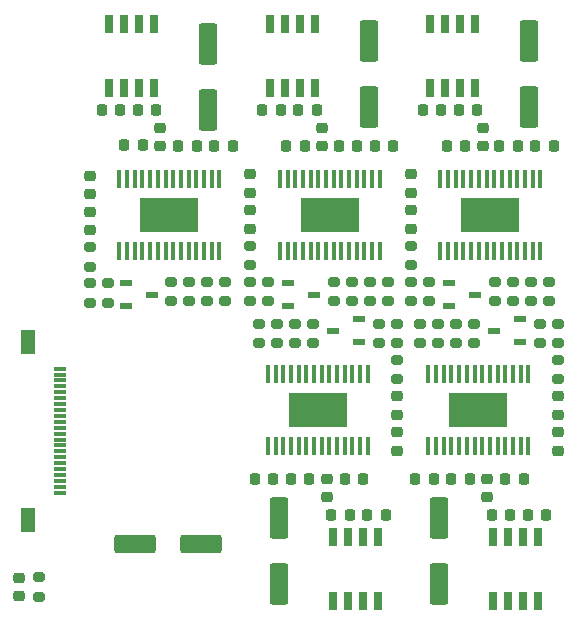
<source format=gbr>
%TF.GenerationSoftware,KiCad,Pcbnew,7.0.11*%
%TF.CreationDate,2025-11-07T14:33:39+09:00*%
%TF.ProjectId,motorDrive,6d6f746f-7244-4726-9976-652e6b696361,rev?*%
%TF.SameCoordinates,Original*%
%TF.FileFunction,Paste,Top*%
%TF.FilePolarity,Positive*%
%FSLAX46Y46*%
G04 Gerber Fmt 4.6, Leading zero omitted, Abs format (unit mm)*
G04 Created by KiCad (PCBNEW 7.0.11) date 2025-11-07 14:33:39*
%MOMM*%
%LPD*%
G01*
G04 APERTURE LIST*
G04 Aperture macros list*
%AMRoundRect*
0 Rectangle with rounded corners*
0 $1 Rounding radius*
0 $2 $3 $4 $5 $6 $7 $8 $9 X,Y pos of 4 corners*
0 Add a 4 corners polygon primitive as box body*
4,1,4,$2,$3,$4,$5,$6,$7,$8,$9,$2,$3,0*
0 Add four circle primitives for the rounded corners*
1,1,$1+$1,$2,$3*
1,1,$1+$1,$4,$5*
1,1,$1+$1,$6,$7*
1,1,$1+$1,$8,$9*
0 Add four rect primitives between the rounded corners*
20,1,$1+$1,$2,$3,$4,$5,0*
20,1,$1+$1,$4,$5,$6,$7,0*
20,1,$1+$1,$6,$7,$8,$9,0*
20,1,$1+$1,$8,$9,$2,$3,0*%
G04 Aperture macros list end*
%ADD10RoundRect,0.225000X0.225000X0.250000X-0.225000X0.250000X-0.225000X-0.250000X0.225000X-0.250000X0*%
%ADD11R,0.650000X1.525000*%
%ADD12RoundRect,0.225000X-0.225000X-0.250000X0.225000X-0.250000X0.225000X0.250000X-0.225000X0.250000X0*%
%ADD13R,1.050000X0.600000*%
%ADD14RoundRect,0.200000X0.275000X-0.200000X0.275000X0.200000X-0.275000X0.200000X-0.275000X-0.200000X0*%
%ADD15RoundRect,0.200000X-0.275000X0.200000X-0.275000X-0.200000X0.275000X-0.200000X0.275000X0.200000X0*%
%ADD16RoundRect,0.218750X0.256250X-0.218750X0.256250X0.218750X-0.256250X0.218750X-0.256250X-0.218750X0*%
%ADD17RoundRect,0.250000X0.550000X-1.500000X0.550000X1.500000X-0.550000X1.500000X-0.550000X-1.500000X0*%
%ADD18RoundRect,0.225000X0.250000X-0.225000X0.250000X0.225000X-0.250000X0.225000X-0.250000X-0.225000X0*%
%ADD19RoundRect,0.225000X-0.250000X0.225000X-0.250000X-0.225000X0.250000X-0.225000X0.250000X0.225000X0*%
%ADD20RoundRect,0.250000X-1.500000X-0.550000X1.500000X-0.550000X1.500000X0.550000X-1.500000X0.550000X0*%
%ADD21R,0.450000X1.650000*%
%ADD22R,5.000000X3.000000*%
%ADD23RoundRect,0.250000X-0.550000X1.500000X-0.550000X-1.500000X0.550000X-1.500000X0.550000X1.500000X0*%
%ADD24R,1.000000X0.300000*%
%ADD25R,1.300000X2.000000*%
G04 APERTURE END LIST*
D10*
%TO.C,C210*%
X119520000Y-58420000D03*
X117970000Y-58420000D03*
%TD*%
D11*
%TO.C,IC302*%
X132969000Y-51136000D03*
X131699000Y-51136000D03*
X130429000Y-51136000D03*
X129159000Y-51136000D03*
X129159000Y-56560000D03*
X130429000Y-56560000D03*
X131699000Y-56560000D03*
X132969000Y-56560000D03*
%TD*%
D12*
%TO.C,C506*%
X130924000Y-89662000D03*
X132474000Y-89662000D03*
%TD*%
%TO.C,C405*%
X144132000Y-61468000D03*
X145682000Y-61468000D03*
%TD*%
D10*
%TO.C,C302*%
X139586000Y-61468000D03*
X138036000Y-61468000D03*
%TD*%
D13*
%TO.C,Q501*%
X136736000Y-78039000D03*
X136736000Y-76139000D03*
X134536000Y-77089000D03*
%TD*%
D11*
%TO.C,IC502*%
X134493000Y-99994000D03*
X135763000Y-99994000D03*
X137033000Y-99994000D03*
X138303000Y-99994000D03*
X138303000Y-94570000D03*
X137033000Y-94570000D03*
X135763000Y-94570000D03*
X134493000Y-94570000D03*
%TD*%
D14*
%TO.C,R604*%
X143383000Y-78168000D03*
X143383000Y-76518000D03*
%TD*%
D15*
%TO.C,R607*%
X141859000Y-76518000D03*
X141859000Y-78168000D03*
%TD*%
D14*
%TO.C,R201*%
X113919000Y-74739000D03*
X113919000Y-73089000D03*
%TD*%
D13*
%TO.C,Q601*%
X150325000Y-78039000D03*
X150325000Y-76139000D03*
X148125000Y-77089000D03*
%TD*%
D10*
%TO.C,C202*%
X125997000Y-61468000D03*
X124447000Y-61468000D03*
%TD*%
D12*
%TO.C,C602*%
X141465000Y-89662000D03*
X143015000Y-89662000D03*
%TD*%
D10*
%TO.C,C410*%
X146698000Y-58420000D03*
X145148000Y-58420000D03*
%TD*%
D15*
%TO.C,R203*%
X120777000Y-72962000D03*
X120777000Y-74612000D03*
%TD*%
D12*
%TO.C,C608*%
X150990000Y-92710000D03*
X152540000Y-92710000D03*
%TD*%
D11*
%TO.C,IC602*%
X148082000Y-99994000D03*
X149352000Y-99994000D03*
X150622000Y-99994000D03*
X151892000Y-99994000D03*
X151892000Y-94570000D03*
X150622000Y-94570000D03*
X149352000Y-94570000D03*
X148082000Y-94570000D03*
%TD*%
D13*
%TO.C,Q201*%
X117010000Y-73091000D03*
X117010000Y-74991000D03*
X119210000Y-74041000D03*
%TD*%
D15*
%TO.C,R304*%
X137668000Y-72962000D03*
X137668000Y-74612000D03*
%TD*%
D10*
%TO.C,C306*%
X136538000Y-61468000D03*
X134988000Y-61468000D03*
%TD*%
D14*
%TO.C,R405*%
X149733000Y-74612000D03*
X149733000Y-72962000D03*
%TD*%
D10*
%TO.C,C206*%
X122949000Y-61468000D03*
X121399000Y-61468000D03*
%TD*%
D13*
%TO.C,Q401*%
X144315000Y-73091000D03*
X144315000Y-74991000D03*
X146515000Y-74041000D03*
%TD*%
D14*
%TO.C,R205*%
X122301000Y-74612000D03*
X122301000Y-72962000D03*
%TD*%
D12*
%TO.C,C508*%
X137401000Y-92710000D03*
X138951000Y-92710000D03*
%TD*%
%TO.C,C606*%
X144513000Y-89662000D03*
X146063000Y-89662000D03*
%TD*%
D16*
%TO.C,D102*%
X107950000Y-99593500D03*
X107950000Y-98018500D03*
%TD*%
D12*
%TO.C,C205*%
X116827000Y-61341000D03*
X118377000Y-61341000D03*
%TD*%
D10*
%TO.C,C408*%
X143650000Y-58420000D03*
X142100000Y-58420000D03*
%TD*%
%TO.C,C308*%
X130061000Y-58420000D03*
X128511000Y-58420000D03*
%TD*%
D17*
%TO.C,C607*%
X143510000Y-98558000D03*
X143510000Y-92958000D03*
%TD*%
D10*
%TO.C,C208*%
X116472000Y-58420000D03*
X114922000Y-58420000D03*
%TD*%
D18*
%TO.C,C204*%
X113919000Y-65545000D03*
X113919000Y-63995000D03*
%TD*%
D15*
%TO.C,R505*%
X131318000Y-76518000D03*
X131318000Y-78168000D03*
%TD*%
D12*
%TO.C,C510*%
X134353000Y-92710000D03*
X135903000Y-92710000D03*
%TD*%
D19*
%TO.C,C601*%
X147574000Y-89649000D03*
X147574000Y-91199000D03*
%TD*%
D14*
%TO.C,R407*%
X152781000Y-74612000D03*
X152781000Y-72962000D03*
%TD*%
D19*
%TO.C,C501*%
X133985000Y-89649000D03*
X133985000Y-91199000D03*
%TD*%
%TO.C,C403*%
X141097000Y-66916000D03*
X141097000Y-68466000D03*
%TD*%
D15*
%TO.C,R402*%
X142621000Y-72962000D03*
X142621000Y-74612000D03*
%TD*%
%TO.C,R605*%
X144907000Y-76518000D03*
X144907000Y-78168000D03*
%TD*%
%TO.C,R204*%
X123825000Y-72962000D03*
X123825000Y-74612000D03*
%TD*%
D14*
%TO.C,R301*%
X127508000Y-74612000D03*
X127508000Y-72962000D03*
%TD*%
D10*
%TO.C,C402*%
X153175000Y-61468000D03*
X151625000Y-61468000D03*
%TD*%
D14*
%TO.C,R101*%
X109601000Y-99631000D03*
X109601000Y-97981000D03*
%TD*%
D10*
%TO.C,C406*%
X150127000Y-61468000D03*
X148577000Y-61468000D03*
%TD*%
%TO.C,C310*%
X133109000Y-58420000D03*
X131559000Y-58420000D03*
%TD*%
D19*
%TO.C,C303*%
X127508000Y-66916000D03*
X127508000Y-68466000D03*
%TD*%
D20*
%TO.C,C101*%
X117723000Y-95123000D03*
X123323000Y-95123000D03*
%TD*%
D14*
%TO.C,R306*%
X127508000Y-71564000D03*
X127508000Y-69914000D03*
%TD*%
D15*
%TO.C,R404*%
X151257000Y-72962000D03*
X151257000Y-74612000D03*
%TD*%
D18*
%TO.C,C201*%
X119888000Y-61481000D03*
X119888000Y-59931000D03*
%TD*%
D14*
%TO.C,R305*%
X136144000Y-74612000D03*
X136144000Y-72962000D03*
%TD*%
D15*
%TO.C,R302*%
X129032000Y-72962000D03*
X129032000Y-74612000D03*
%TD*%
%TO.C,R506*%
X139954000Y-79566000D03*
X139954000Y-81216000D03*
%TD*%
D14*
%TO.C,R502*%
X138430000Y-78168000D03*
X138430000Y-76518000D03*
%TD*%
D21*
%TO.C,IC501*%
X128998000Y-86870000D03*
X129648000Y-86870000D03*
X130298000Y-86870000D03*
X130948000Y-86870000D03*
X131598000Y-86870000D03*
X132248000Y-86870000D03*
X132898000Y-86870000D03*
X133548000Y-86870000D03*
X134198000Y-86870000D03*
X134848000Y-86870000D03*
X135498000Y-86870000D03*
X136148000Y-86870000D03*
X136798000Y-86870000D03*
X137448000Y-86870000D03*
X137448000Y-80770000D03*
X136798000Y-80770000D03*
X136148000Y-80770000D03*
X135498000Y-80770000D03*
X134848000Y-80770000D03*
X134198000Y-80770000D03*
X133548000Y-80770000D03*
X132898000Y-80770000D03*
X132248000Y-80770000D03*
X131598000Y-80770000D03*
X130948000Y-80770000D03*
X130298000Y-80770000D03*
X129648000Y-80770000D03*
X128998000Y-80770000D03*
D22*
X133223000Y-83820000D03*
%TD*%
D15*
%TO.C,R202*%
X115443000Y-73089000D03*
X115443000Y-74739000D03*
%TD*%
D21*
%TO.C,IC301*%
X138464000Y-64260000D03*
X137814000Y-64260000D03*
X137164000Y-64260000D03*
X136514000Y-64260000D03*
X135864000Y-64260000D03*
X135214000Y-64260000D03*
X134564000Y-64260000D03*
X133914000Y-64260000D03*
X133264000Y-64260000D03*
X132614000Y-64260000D03*
X131964000Y-64260000D03*
X131314000Y-64260000D03*
X130664000Y-64260000D03*
X130014000Y-64260000D03*
X130014000Y-70360000D03*
X130664000Y-70360000D03*
X131314000Y-70360000D03*
X131964000Y-70360000D03*
X132614000Y-70360000D03*
X133264000Y-70360000D03*
X133914000Y-70360000D03*
X134564000Y-70360000D03*
X135214000Y-70360000D03*
X135864000Y-70360000D03*
X136514000Y-70360000D03*
X137164000Y-70360000D03*
X137814000Y-70360000D03*
X138464000Y-70360000D03*
D22*
X134239000Y-67310000D03*
%TD*%
D14*
%TO.C,R401*%
X141097000Y-74612000D03*
X141097000Y-72962000D03*
%TD*%
D19*
%TO.C,C604*%
X153543000Y-85712000D03*
X153543000Y-87262000D03*
%TD*%
D14*
%TO.C,R406*%
X141097000Y-71564000D03*
X141097000Y-69914000D03*
%TD*%
D12*
%TO.C,C502*%
X127876000Y-89662000D03*
X129426000Y-89662000D03*
%TD*%
D18*
%TO.C,C401*%
X147193000Y-61481000D03*
X147193000Y-59931000D03*
%TD*%
D11*
%TO.C,IC202*%
X119380000Y-51136000D03*
X118110000Y-51136000D03*
X116840000Y-51136000D03*
X115570000Y-51136000D03*
X115570000Y-56560000D03*
X116840000Y-56560000D03*
X118110000Y-56560000D03*
X119380000Y-56560000D03*
%TD*%
D15*
%TO.C,R303*%
X134620000Y-72962000D03*
X134620000Y-74612000D03*
%TD*%
D14*
%TO.C,R207*%
X125349000Y-74612000D03*
X125349000Y-72962000D03*
%TD*%
D23*
%TO.C,C407*%
X151130000Y-52572000D03*
X151130000Y-58172000D03*
%TD*%
D21*
%TO.C,IC401*%
X152053000Y-64260000D03*
X151403000Y-64260000D03*
X150753000Y-64260000D03*
X150103000Y-64260000D03*
X149453000Y-64260000D03*
X148803000Y-64260000D03*
X148153000Y-64260000D03*
X147503000Y-64260000D03*
X146853000Y-64260000D03*
X146203000Y-64260000D03*
X145553000Y-64260000D03*
X144903000Y-64260000D03*
X144253000Y-64260000D03*
X143603000Y-64260000D03*
X143603000Y-70360000D03*
X144253000Y-70360000D03*
X144903000Y-70360000D03*
X145553000Y-70360000D03*
X146203000Y-70360000D03*
X146853000Y-70360000D03*
X147503000Y-70360000D03*
X148153000Y-70360000D03*
X148803000Y-70360000D03*
X149453000Y-70360000D03*
X150103000Y-70360000D03*
X150753000Y-70360000D03*
X151403000Y-70360000D03*
X152053000Y-70360000D03*
D22*
X147828000Y-67310000D03*
%TD*%
D15*
%TO.C,R606*%
X153543000Y-79566000D03*
X153543000Y-81216000D03*
%TD*%
D14*
%TO.C,R206*%
X113919000Y-71691000D03*
X113919000Y-70041000D03*
%TD*%
D17*
%TO.C,C507*%
X129921000Y-98558000D03*
X129921000Y-92958000D03*
%TD*%
D15*
%TO.C,R507*%
X128270000Y-76518000D03*
X128270000Y-78168000D03*
%TD*%
%TO.C,R403*%
X148209000Y-72962000D03*
X148209000Y-74612000D03*
%TD*%
D19*
%TO.C,C504*%
X139954000Y-85712000D03*
X139954000Y-87262000D03*
%TD*%
D14*
%TO.C,R503*%
X132842000Y-78168000D03*
X132842000Y-76518000D03*
%TD*%
D19*
%TO.C,C203*%
X113919000Y-67043000D03*
X113919000Y-68593000D03*
%TD*%
D15*
%TO.C,R601*%
X153543000Y-76518000D03*
X153543000Y-78168000D03*
%TD*%
D12*
%TO.C,C305*%
X130543000Y-61468000D03*
X132093000Y-61468000D03*
%TD*%
D10*
%TO.C,C605*%
X150635000Y-89662000D03*
X149085000Y-89662000D03*
%TD*%
%TO.C,C505*%
X137046000Y-89662000D03*
X135496000Y-89662000D03*
%TD*%
D24*
%TO.C,J102*%
X111384000Y-80314000D03*
X111384000Y-80814000D03*
X111384000Y-81314000D03*
X111384000Y-81814000D03*
X111384000Y-82314000D03*
X111384000Y-82814000D03*
X111384000Y-83314000D03*
X111384000Y-83814000D03*
X111384000Y-84314000D03*
X111384000Y-84814000D03*
X111384000Y-85314000D03*
X111384000Y-85814000D03*
X111384000Y-86314000D03*
X111384000Y-86814000D03*
X111384000Y-87314000D03*
X111384000Y-87814000D03*
X111384000Y-88314000D03*
X111384000Y-88814000D03*
X111384000Y-89314000D03*
X111384000Y-89814000D03*
X111384000Y-90314000D03*
X111384000Y-90814000D03*
D25*
X108684000Y-78014000D03*
X108684000Y-93114000D03*
%TD*%
D14*
%TO.C,R307*%
X139192000Y-74612000D03*
X139192000Y-72962000D03*
%TD*%
D11*
%TO.C,IC402*%
X146558000Y-51136000D03*
X145288000Y-51136000D03*
X144018000Y-51136000D03*
X142748000Y-51136000D03*
X142748000Y-56560000D03*
X144018000Y-56560000D03*
X145288000Y-56560000D03*
X146558000Y-56560000D03*
%TD*%
D21*
%TO.C,IC201*%
X124875000Y-64260000D03*
X124225000Y-64260000D03*
X123575000Y-64260000D03*
X122925000Y-64260000D03*
X122275000Y-64260000D03*
X121625000Y-64260000D03*
X120975000Y-64260000D03*
X120325000Y-64260000D03*
X119675000Y-64260000D03*
X119025000Y-64260000D03*
X118375000Y-64260000D03*
X117725000Y-64260000D03*
X117075000Y-64260000D03*
X116425000Y-64260000D03*
X116425000Y-70360000D03*
X117075000Y-70360000D03*
X117725000Y-70360000D03*
X118375000Y-70360000D03*
X119025000Y-70360000D03*
X119675000Y-70360000D03*
X120325000Y-70360000D03*
X120975000Y-70360000D03*
X121625000Y-70360000D03*
X122275000Y-70360000D03*
X122925000Y-70360000D03*
X123575000Y-70360000D03*
X124225000Y-70360000D03*
X124875000Y-70360000D03*
D22*
X120650000Y-67310000D03*
%TD*%
D21*
%TO.C,IC601*%
X142587000Y-86870000D03*
X143237000Y-86870000D03*
X143887000Y-86870000D03*
X144537000Y-86870000D03*
X145187000Y-86870000D03*
X145837000Y-86870000D03*
X146487000Y-86870000D03*
X147137000Y-86870000D03*
X147787000Y-86870000D03*
X148437000Y-86870000D03*
X149087000Y-86870000D03*
X149737000Y-86870000D03*
X150387000Y-86870000D03*
X151037000Y-86870000D03*
X151037000Y-80770000D03*
X150387000Y-80770000D03*
X149737000Y-80770000D03*
X149087000Y-80770000D03*
X148437000Y-80770000D03*
X147787000Y-80770000D03*
X147137000Y-80770000D03*
X146487000Y-80770000D03*
X145837000Y-80770000D03*
X145187000Y-80770000D03*
X144537000Y-80770000D03*
X143887000Y-80770000D03*
X143237000Y-80770000D03*
X142587000Y-80770000D03*
D22*
X146812000Y-83820000D03*
%TD*%
D18*
%TO.C,C503*%
X139954000Y-84214000D03*
X139954000Y-82664000D03*
%TD*%
D15*
%TO.C,R501*%
X139954000Y-76518000D03*
X139954000Y-78168000D03*
%TD*%
D14*
%TO.C,R504*%
X129794000Y-78168000D03*
X129794000Y-76518000D03*
%TD*%
D18*
%TO.C,C304*%
X127508000Y-65418000D03*
X127508000Y-63868000D03*
%TD*%
D14*
%TO.C,R603*%
X146431000Y-78168000D03*
X146431000Y-76518000D03*
%TD*%
D18*
%TO.C,C404*%
X141097000Y-65418000D03*
X141097000Y-63868000D03*
%TD*%
D23*
%TO.C,C207*%
X123952000Y-52826000D03*
X123952000Y-58426000D03*
%TD*%
D12*
%TO.C,C610*%
X147942000Y-92710000D03*
X149492000Y-92710000D03*
%TD*%
D18*
%TO.C,C301*%
X133604000Y-61481000D03*
X133604000Y-59931000D03*
%TD*%
D23*
%TO.C,C307*%
X137541000Y-52572000D03*
X137541000Y-58172000D03*
%TD*%
D18*
%TO.C,C603*%
X153543000Y-84214000D03*
X153543000Y-82664000D03*
%TD*%
D14*
%TO.C,R602*%
X152019000Y-78168000D03*
X152019000Y-76518000D03*
%TD*%
D13*
%TO.C,Q301*%
X130726000Y-73091000D03*
X130726000Y-74991000D03*
X132926000Y-74041000D03*
%TD*%
M02*

</source>
